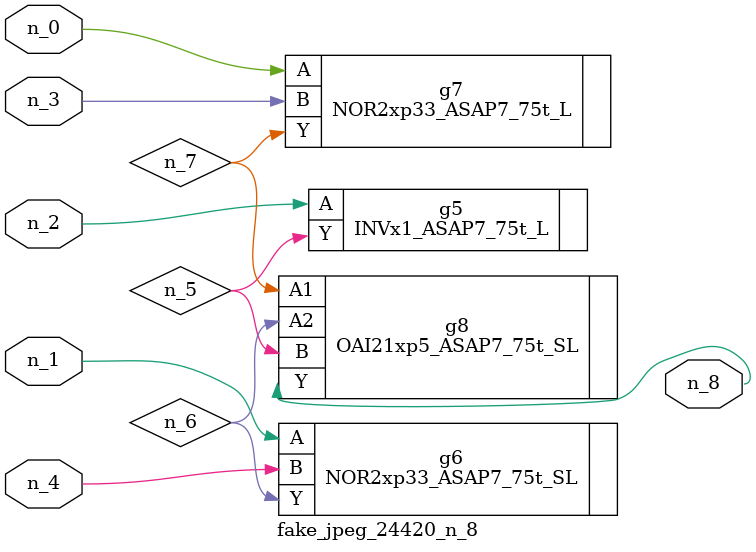
<source format=v>
module fake_jpeg_24420_n_8 (n_3, n_2, n_1, n_0, n_4, n_8);

input n_3;
input n_2;
input n_1;
input n_0;
input n_4;

output n_8;

wire n_6;
wire n_5;
wire n_7;

INVx1_ASAP7_75t_L g5 ( 
.A(n_2),
.Y(n_5)
);

NOR2xp33_ASAP7_75t_SL g6 ( 
.A(n_1),
.B(n_4),
.Y(n_6)
);

NOR2xp33_ASAP7_75t_L g7 ( 
.A(n_0),
.B(n_3),
.Y(n_7)
);

OAI21xp5_ASAP7_75t_SL g8 ( 
.A1(n_7),
.A2(n_6),
.B(n_5),
.Y(n_8)
);


endmodule
</source>
